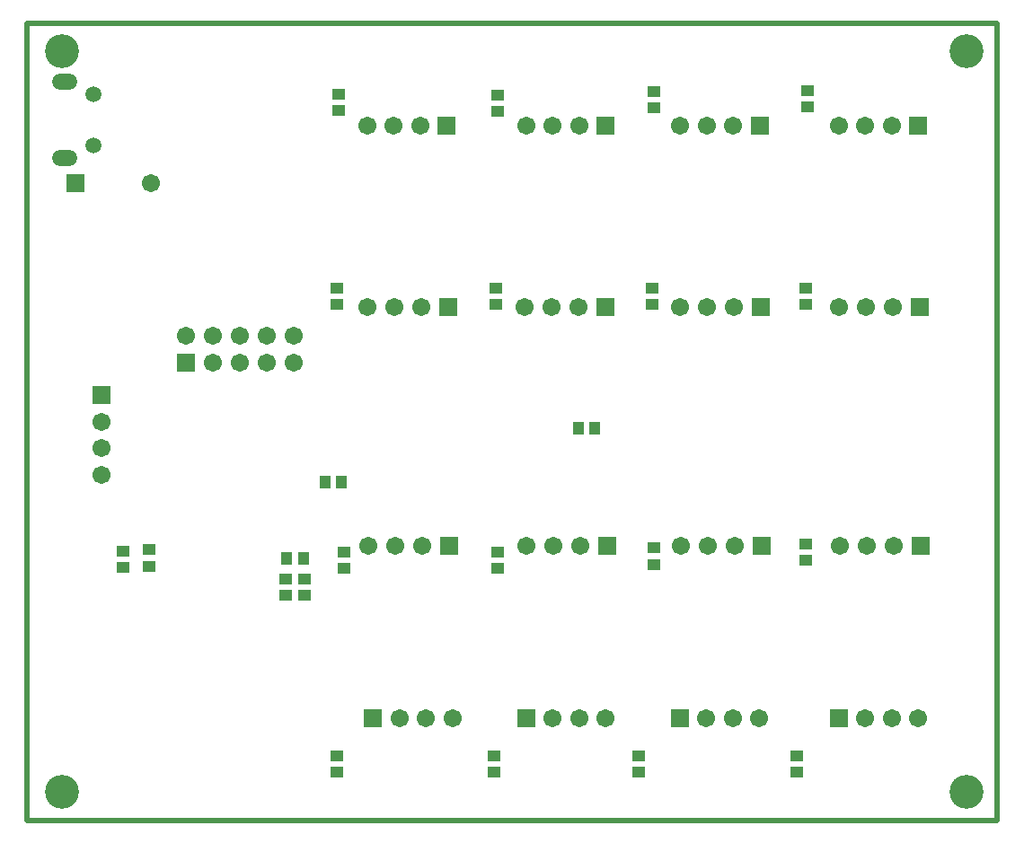
<source format=gbs>
G04*
G04 #@! TF.GenerationSoftware,Altium Limited,Altium Designer,18.1.9 (240)*
G04*
G04 Layer_Color=16711935*
%FSLAX24Y24*%
%MOIN*%
G70*
G01*
G75*
%ADD20C,0.0200*%
%ADD38R,0.0466X0.0446*%
%ADD40R,0.0446X0.0466*%
%ADD55C,0.0671*%
%ADD56R,0.0671X0.0671*%
%ADD57R,0.0671X0.0671*%
%ADD58C,0.1261*%
%ADD59C,0.0592*%
%ADD60O,0.0946X0.0592*%
D20*
X0Y29600D02*
X36000D01*
Y0D02*
Y29600D01*
X0Y0D02*
X36000D01*
X0Y50D02*
Y29600D01*
Y50D02*
X50Y0D01*
D38*
X9597Y8347D02*
D03*
Y8953D02*
D03*
X10297D02*
D03*
Y8347D02*
D03*
X22696Y2393D02*
D03*
Y1787D02*
D03*
X23248Y9500D02*
D03*
Y10106D02*
D03*
X3550Y9397D02*
D03*
Y10003D02*
D03*
X28898Y9647D02*
D03*
Y10253D02*
D03*
X11748Y9953D02*
D03*
Y9347D02*
D03*
X11500Y19149D02*
D03*
Y19755D02*
D03*
X17448Y9357D02*
D03*
Y9964D02*
D03*
X17317Y1787D02*
D03*
Y2393D02*
D03*
X17450Y26321D02*
D03*
Y26928D02*
D03*
X17400Y19149D02*
D03*
Y19755D02*
D03*
X11498Y1787D02*
D03*
Y2393D02*
D03*
X23200Y19149D02*
D03*
Y19755D02*
D03*
X28546Y1787D02*
D03*
Y2393D02*
D03*
X4537Y9437D02*
D03*
Y10044D02*
D03*
X28950Y27102D02*
D03*
Y26496D02*
D03*
X23250Y27055D02*
D03*
Y26449D02*
D03*
X11550Y26952D02*
D03*
Y26346D02*
D03*
X28900Y19755D02*
D03*
Y19149D02*
D03*
D40*
X21053Y14550D02*
D03*
X20447D02*
D03*
X10250Y9737D02*
D03*
X9644D02*
D03*
X11653Y12550D02*
D03*
X11047D02*
D03*
D55*
X30124Y25799D02*
D03*
X31108D02*
D03*
X32092D02*
D03*
X24232D02*
D03*
X25216D02*
D03*
X26200D02*
D03*
X18524D02*
D03*
X19508D02*
D03*
X20492D02*
D03*
X12624D02*
D03*
X13608D02*
D03*
X14592D02*
D03*
X15784Y3800D02*
D03*
X14800D02*
D03*
X13816D02*
D03*
X21476D02*
D03*
X20492D02*
D03*
X19508D02*
D03*
X27176D02*
D03*
X26192D02*
D03*
X25208D02*
D03*
X33076D02*
D03*
X32092D02*
D03*
X31108D02*
D03*
X2750Y12824D02*
D03*
Y13808D02*
D03*
Y14792D02*
D03*
X32171Y10200D02*
D03*
X31171D02*
D03*
X30171D02*
D03*
X26267D02*
D03*
X25267D02*
D03*
X24267D02*
D03*
X20517D02*
D03*
X19517D02*
D03*
X18517D02*
D03*
X14669D02*
D03*
X13669D02*
D03*
X12669D02*
D03*
X4601Y23650D02*
D03*
X26219Y19049D02*
D03*
X25219D02*
D03*
X24219D02*
D03*
X32122D02*
D03*
X31122D02*
D03*
X30122D02*
D03*
X20469D02*
D03*
X19469D02*
D03*
X18469D02*
D03*
X14619D02*
D03*
X13619D02*
D03*
X12619D02*
D03*
X6887Y16991D02*
D03*
X7887D02*
D03*
X8887D02*
D03*
X9887D02*
D03*
X5887Y17991D02*
D03*
X6887D02*
D03*
X7887D02*
D03*
X8887D02*
D03*
X9887D02*
D03*
D56*
X33076Y25799D02*
D03*
X27184D02*
D03*
X21476D02*
D03*
X15576D02*
D03*
X12831Y3800D02*
D03*
X18524D02*
D03*
X24224D02*
D03*
X30124D02*
D03*
X33171Y10200D02*
D03*
X27267D02*
D03*
X21517D02*
D03*
X15669D02*
D03*
X1806Y23650D02*
D03*
X27219Y19049D02*
D03*
X33122D02*
D03*
X21469D02*
D03*
X15619D02*
D03*
X5887Y16991D02*
D03*
D57*
X2750Y15776D02*
D03*
D58*
X34850Y1050D02*
D03*
X1300D02*
D03*
X34850Y28550D02*
D03*
X1300D02*
D03*
D59*
X2452Y25045D02*
D03*
Y26955D02*
D03*
D60*
X1401Y27417D02*
D03*
Y24583D02*
D03*
M02*

</source>
